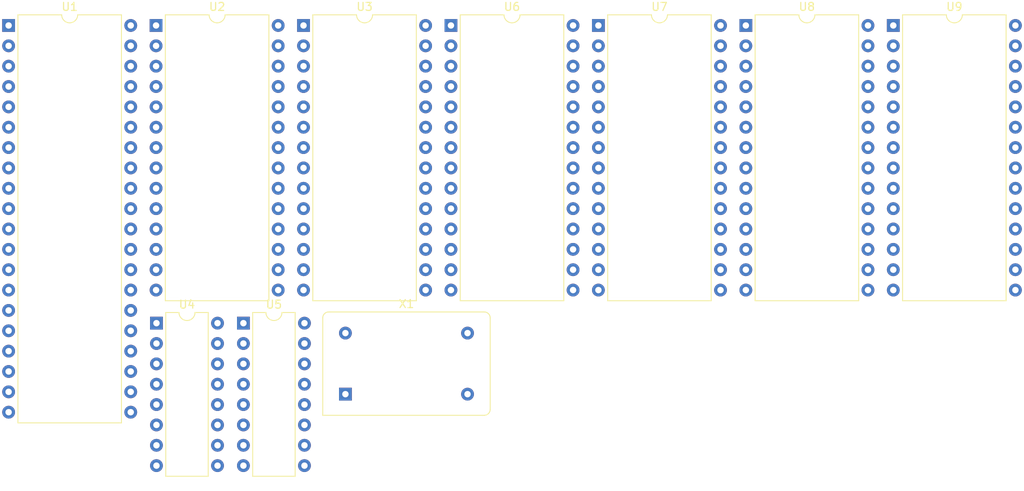
<source format=kicad_pcb>
(kicad_pcb (version 20221018) (generator pcbnew)
  (layers (0 "F.Cu" signal) (31 "B.Cu" signal) (34 "B.Paste" user) (35 "F.Paste" user) (36 "B.SilkS" user "B.Silkscreen") (37 "F.SilkS" user "F.Silkscreen") (38 "B.Mask" user) (39 "F.Mask" user) (44 "Edge.Cuts" user))
  (net 0 "")
  (net 4 "Net-(U1-~{IRQ})")
  (net 8 "VDD")
  (net 21 "VSS")
  (net 34 "Net-(U1-R{slash}~{W})")
  (net 37 "Net-(U1-ϕ0)")
  (net 39 "Net-(U1-ϕ2)")
  (net 40 "Net-(U1-~{RES})")
  (net 41 "Net-(U2-CS1)")
  (net 52 "VCC")
  (net 76 "GND")
  (net 82 "Net-(U3-~{CE})")
  (net 92 "Net-(U4-O6)")
  (footprint "Package_DIP:DIP-28_W15.24mm" (layer "F.Cu") (at 56.5 78.74)
    (fp_text reference "U2" (at 7.62 -2.33) (layer "F.SilkS"))
    (fp_text value "W65C51NxP")
    (fp_line (start 1.16 -1.33) (end 1.16 34.35) (stroke (width 0.12)) (layer "F.SilkS"))
    (fp_line (start 1.16 34.35) (end 14.08 34.35) (stroke (width 0.12)) (layer "F.SilkS"))
    (fp_line (start 6.62 -1.33) (end 1.16 -1.33) (stroke (width 0.12)) (layer "F.SilkS"))
    (fp_line (start 14.08 -1.33) (end 8.62 -1.33) (stroke (width 0.12)) (layer "F.SilkS"))
    (fp_line (start 14.08 34.35) (end 14.08 -1.33) (stroke (width 0.12)) (layer "F.SilkS"))
    (fp_arc (start 8.62 -1.33) (mid 7.62 -0.33) (end 6.62 -1.33) (stroke (width 0.12)) (layer "F.SilkS"))
    (pad "1" thru_hole rect (at 0 0) (size 1.6 1.6) (drill 0.8) (layers "*.Cu" "*.Mask") (net 21 "VSS"))
    (pad "2" thru_hole oval (at 0 2.54) (size 1.6 1.6) (drill 0.8) (layers "*.Cu" "*.Mask") (net 41 "Net-(U2-CS1)"))
    (pad "3" thru_hole oval (at 0 5.08) (size 1.6 1.6) (drill 0.8) (layers "*.Cu" "*.Mask") (net 21 "VSS"))
    (pad "4" thru_hole oval (at 0 7.62) (size 1.6 1.6) (drill 0.8) (layers "*.Cu" "*.Mask") (net 40 "Net-(U1-~{RES})"))
    (pad "5" thru_hole oval (at 0 10.16) (size 1.6 1.6) (drill 0.8) (layers "*.Cu" "*.Mask"))
    (pad "6" thru_hole oval (at 0 12.7) (size 1.6 1.6) (drill 0.8) (layers "*.Cu" "*.Mask"))
    (pad "7" thru_hole oval (at 0 15.24) (size 1.6 1.6) (drill 0.8) (layers "*.Cu" "*.Mask"))
    (pad "8" thru_hole oval (at 0 17.78) (size 1.6 1.6) (drill 0.8) (layers "*.Cu" "*.Mask"))
    (pad "9" thru_hole oval (at 0 20.32) (size 1.6 1.6) (drill 0.8) (layers "*.Cu" "*.Mask"))
    (pad "10" thru_hole oval (at 0 22.86) (size 1.6 1.6) (drill 0.8) (layers "*.Cu" "*.Mask"))
    (pad "11" thru_hole oval (at 0 25.4) (size 1.6 1.6) (drill 0.8) (layers "*.Cu" "*.Mask"))
    (pad "12" thru_hole oval (at 0 27.94) (size 1.6 1.6) (drill 0.8) (layers "*.Cu" "*.Mask"))
    (pad "13" thru_hole oval (at 0 30.48) (size 1.6 1.6) (drill 0.8) (layers "*.Cu" "*.Mask"))
    (pad "14" thru_hole oval (at 0 33.02) (size 1.6 1.6) (drill 0.8) (layers "*.Cu" "*.Mask"))
    (pad "15" thru_hole oval (at 15.24 33.02) (size 1.6 1.6) (drill 0.8) (layers "*.Cu" "*.Mask") (net 52 "VCC"))
    (pad "16" thru_hole oval (at 15.24 30.48) (size 1.6 1.6) (drill 0.8) (layers "*.Cu" "*.Mask"))
    (pad "17" thru_hole oval (at 15.24 27.94) (size 1.6 1.6) (drill 0.8) (layers "*.Cu" "*.Mask"))
    (pad "18" thru_hole oval (at 15.24 25.4) (size 1.6 1.6) (drill 0.8) (layers "*.Cu" "*.Mask"))
    (pad "19" thru_hole oval (at 15.24 22.86) (size 1.6 1.6) (drill 0.8) (layers "*.Cu" "*.Mask"))
    (pad "20" thru_hole oval (at 15.24 20.32) (size 1.6 1.6) (drill 0.8) (layers "*.Cu" "*.Mask"))
    (pad "21" thru_hole oval (at 15.24 17.78) (size 1.6 1.6) (drill 0.8) (layers "*.Cu" "*.Mask"))
    (pad "22" thru_hole oval (at 15.24 15.24) (size 1.6 1.6) (drill 0.8) (layers "*.Cu" "*.Mask"))
    (pad "23" thru_hole oval (at 15.24 12.7) (size 1.6 1.6) (drill 0.8) (layers "*.Cu" "*.Mask"))
    (pad "24" thru_hole oval (at 15.24 10.16) (size 1.6 1.6) (drill 0.8) (layers "*.Cu" "*.Mask"))
    (pad "25" thru_hole oval (at 15.24 7.62) (size 1.6 1.6) (drill 0.8) (layers "*.Cu" "*.Mask"))
    (pad "26" thru_hole oval (at 15.24 5.08) (size 1.6 1.6) (drill 0.8) (layers "*.Cu" "*.Mask") (net 4 "Net-(U1-~{IRQ})"))
    (pad "27" thru_hole oval (at 15.24 2.54) (size 1.6 1.6) (drill 0.8) (layers "*.Cu" "*.Mask") (net 39 "Net-(U1-ϕ2)"))
    (pad "28" thru_hole oval (at 15.24 0) (size 1.6 1.6) (drill 0.8) (layers "*.Cu" "*.Mask") (net 34 "Net-(U1-R{slash}~{W})"))
  )
  (footprint "Oscillator:Oscillator_DIP-14" (layer "F.Cu") (at 80.13 124.75)
    (fp_text reference "X1" (at 7.62 -11.26) (layer "F.SilkS"))
    (fp_text value "TFT680")
    (fp_line (start -2.83 -9.51) (end -2.83 2.64) (stroke (width 0.12)) (layer "F.SilkS"))
    (fp_line (start -2.83 2.64) (end 17.32 2.64) (stroke (width 0.12)) (layer "F.SilkS"))
    (fp_line (start 17.32 -10.26) (end -2.08 -10.26) (stroke (width 0.12)) (layer "F.SilkS"))
    (fp_line (start 18.07 1.89) (end 18.07 -9.51) (stroke (width 0.12)) (layer "F.SilkS"))
    (fp_arc (start -2.83 -9.51) (mid -2.61033 -10.04033) (end -2.08 -10.26) (stroke (width 0.12)) (layer "F.SilkS"))
    (fp_arc (start 17.32 -10.26) (mid 17.85033 -10.04033) (end 18.07 -9.51) (stroke (width 0.12)) (layer "F.SilkS"))
    (fp_arc (start 18.07 1.89) (mid 17.85033 2.42033) (end 17.32 2.64) (stroke (width 0.12)) (layer "F.SilkS"))
    (pad "1" thru_hole rect (at 0 0) (size 1.6 1.6) (drill 0.8) (layers "*.Cu" "*.Mask") (net 52 "VCC"))
    (pad "7" thru_hole circle (at 15.24 0) (size 1.6 1.6) (drill 0.8) (layers "*.Cu" "*.Mask") (net 76 "GND"))
    (pad "8" thru_hole circle (at 15.24 -7.62) (size 1.6 1.6) (drill 0.8) (layers "*.Cu" "*.Mask") (net 37 "Net-(U1-ϕ0)"))
    (pad "14" thru_hole circle (at 0 -7.62) (size 1.6 1.6) (drill 0.8) (layers "*.Cu" "*.Mask") (net 52 "VCC"))
  )
  (footprint "Package_DIP:DIP-16_W7.62mm" (layer "F.Cu") (at 67.4 115.89)
    (fp_text reference "U5" (at 3.81 -2.33) (layer "F.SilkS"))
    (fp_text value "74LS138")
    (fp_line (start 1.16 -1.33) (end 1.16 19.11) (stroke (width 0.12)) (layer "F.SilkS"))
    (fp_line (start 1.16 19.11) (end 6.46 19.11) (stroke (width 0.12)) (layer "F.SilkS"))
    (fp_line (start 2.81 -1.33) (end 1.16 -1.33) (stroke (width 0.12)) (layer "F.SilkS"))
    (fp_line (start 6.46 -1.33) (end 4.81 -1.33) (stroke (width 0.12)) (layer "F.SilkS"))
    (fp_line (start 6.46 19.11) (end 6.46 -1.33) (stroke (width 0.12)) (layer "F.SilkS"))
    (fp_arc (start 4.81 -1.33) (mid 3.81 -0.33) (end 2.81 -1.33) (stroke (width 0.12)) (layer "F.SilkS"))
    (pad "1" thru_hole rect (at 0 0) (size 1.6 1.6) (drill 0.8) (layers "*.Cu" "*.Mask"))
    (pad "2" thru_hole oval (at 0 2.54) (size 1.6 1.6) (drill 0.8) (layers "*.Cu" "*.Mask"))
    (pad "3" thru_hole oval (at 0 5.08) (size 1.6 1.6) (drill 0.8) (layers "*.Cu" "*.Mask"))
    (pad "4" thru_hole oval (at 0 7.62) (size 1.6 1.6) (drill 0.8) (layers "*.Cu" "*.Mask") (net 76 "GND"))
    (pad "5" thru_hole oval (at 0 10.16) (size 1.6 1.6) (drill 0.8) (layers "*.Cu" "*.Mask") (net 76 "GND"))
    (pad "6" thru_hole oval (at 0 12.7) (size 1.6 1.6) (drill 0.8) (layers "*.Cu" "*.Mask") (net 92 "Net-(U4-O6)"))
    (pad "7" thru_hole oval (at 0 15.24) (size 1.6 1.6) (drill 0.8) (layers "*.Cu" "*.Mask"))
    (pad "8" thru_hole oval (at 0 17.78) (size 1.6 1.6) (drill 0.8) (layers "*.Cu" "*.Mask") (net 76 "GND"))
    (pad "9" thru_hole oval (at 7.62 17.78) (size 1.6 1.6) (drill 0.8) (layers "*.Cu" "*.Mask"))
    (pad "10" thru_hole oval (at 7.62 15.24) (size 1.6 1.6) (drill 0.8) (layers "*.Cu" "*.Mask"))
    (pad "11" thru_hole oval (at 7.62 12.7) (size 1.6 1.6) (drill 0.8) (layers "*.Cu" "*.Mask"))
    (pad "12" thru_hole oval (at 7.62 10.16) (size 1.6 1.6) (drill 0.8) (layers "*.Cu" "*.Mask"))
    (pad "13" thru_hole oval (at 7.62 7.62) (size 1.6 1.6) (drill 0.8) (layers "*.Cu" "*.Mask"))
    (pad "14" thru_hole oval (at 7.62 5.08) (size 1.6 1.6) (drill 0.8) (layers "*.Cu" "*.Mask"))
    (pad "15" thru_hole oval (at 7.62 2.54) (size 1.6 1.6) (drill 0.8) (layers "*.Cu" "*.Mask") (net 41 "Net-(U2-CS1)"))
    (pad "16" thru_hole oval (at 7.62 0) (size 1.6 1.6) (drill 0.8) (layers "*.Cu" "*.Mask") (net 52 "VCC"))
  )
  (footprint "Package_DIP:DIP-40_W15.24mm" (layer "F.Cu") (at 38.1 78.74)
    (fp_text reference "U1" (at 7.62 -2.33) (layer "F.SilkS"))
    (fp_text value "W65C02SxP")
    (fp_line (start 1.16 -1.33) (end 1.16 49.59) (stroke (width 0.12)) (layer "F.SilkS"))
    (fp_line (start 1.16 49.59) (end 14.08 49.59) (stroke (width 0.12)) (layer "F.SilkS"))
    (fp_line (start 6.62 -1.33) (end 1.16 -1.33) (stroke (width 0.12)) (layer "F.SilkS"))
    (fp_line (start 14.08 -1.33) (end 8.62 -1.33) (stroke (width 0.12)) (layer "F.SilkS"))
    (fp_line (start 14.08 49.59) (end 14.08 -1.33) (stroke (width 0.12)) (layer "F.SilkS"))
    (fp_arc (start 8.62 -1.33) (mid 7.62 -0.33) (end 6.62 -1.33) (stroke (width 0.12)) (layer "F.SilkS"))
    (pad "1" thru_hole rect (at 0 0) (size 1.6 1.6) (drill 0.8) (layers "*.Cu" "*.Mask"))
    (pad "2" thru_hole oval (at 0 2.54) (size 1.6 1.6) (drill 0.8) (layers "*.Cu" "*.Mask"))
    (pad "3" thru_hole oval (at 0 5.08) (size 1.6 1.6) (drill 0.8) (layers "*.Cu" "*.Mask"))
    (pad "4" thru_hole oval (at 0 7.62) (size 1.6 1.6) (drill 0.8) (layers "*.Cu" "*.Mask") (net 4 "Net-(U1-~{IRQ})"))
    (pad "5" thru_hole oval (at 0 10.16) (size 1.6 1.6) (drill 0.8) (layers "*.Cu" "*.Mask"))
    (pad "6" thru_hole oval (at 0 12.7) (size 1.6 1.6) (drill 0.8) (layers "*.Cu" "*.Mask"))
    (pad "7" thru_hole oval (at 0 15.24) (size 1.6 1.6) (drill 0.8) (layers "*.Cu" "*.Mask"))
    (pad "8" thru_hole oval (at 0 17.78) (size 1.6 1.6) (drill 0.8) (layers "*.Cu" "*.Mask") (net 8 "VDD"))
    (pad "9" thru_hole oval (at 0 20.32) (size 1.6 1.6) (drill 0.8) (layers "*.Cu" "*.Mask"))
    (pad "10" thru_hole oval (at 0 22.86) (size 1.6 1.6) (drill 0.8) (layers "*.Cu" "*.Mask"))
    (pad "11" thru_hole oval (at 0 25.4) (size 1.6 1.6) (drill 0.8) (layers "*.Cu" "*.Mask"))
    (pad "12" thru_hole oval (at 0 27.94) (size 1.6 1.6) (drill 0.8) (layers "*.Cu" "*.Mask"))
    (pad "13" thru_hole oval (at 0 30.48) (size 1.6 1.6) (drill 0.8) (layers "*.Cu" "*.Mask"))
    (pad "14" thru_hole oval (at 0 33.02) (size 1.6 1.6) (drill 0.8) (layers "*.Cu" "*.Mask"))
    (pad "15" thru_hole oval (at 0 35.56) (size 1.6 1.6) (drill 0.8) (layers "*.Cu" "*.Mask"))
    (pad "16" thru_hole oval (at 0 38.1) (size 1.6 1.6) (drill 0.8) (layers "*.Cu" "*.Mask"))
    (pad "17" thru_hole oval (at 0 40.64) (size 1.6 1.6) (drill 0.8) (layers "*.Cu" "*.Mask"))
    (pad "18" thru_hole oval (at 0 43.18) (size 1.6 1.6) (drill 0.8) (layers "*.Cu" "*.Mask"))
    (pad "19" thru_hole oval (at 0 45.72) (size 1.6 1.6) (drill 0.8) (layers "*.Cu" "*.Mask"))
    (pad "20" thru_hole oval (at 0 48.26) (size 1.6 1.6) (drill 0.8) (layers "*.Cu" "*.Mask"))
    (pad "21" thru_hole oval (at 15.24 48.26) (size 1.6 1.6) (drill 0.8) (layers "*.Cu" "*.Mask") (net 21 "VSS"))
    (pad "22" thru_hole oval (at 15.24 45.72) (size 1.6 1.6) (drill 0.8) (layers "*.Cu" "*.Mask"))
    (pad "23" thru_hole oval (at 15.24 43.18) (size 1.6 1.6) (drill 0.8) (layers "*.Cu" "*.Mask"))
    (pad "24" thru_hole oval (at 15.24 40.64) (size 1.6 1.6) (drill 0.8) (layers "*.Cu" "*.Mask"))
    (pad "25" thru_hole oval (at 15.24 38.1) (size 1.6 1.6) (drill 0.8) (layers "*.Cu" "*.Mask"))
    (pad "26" thru_hole oval (at 15.24 35.56) (size 1.6 1.6) (drill 0.8) (layers "*.Cu" "*.Mask"))
    (pad "27" thru_hole oval (at 15.24 33.02) (size 1.6 1.6) (drill 0.8) (layers "*.Cu" "*.Mask"))
    (pad "28" thru_hole oval (at 15.24 30.48) (size 1.6 1.6) (drill 0.8) (layers "*.Cu" "*.Mask"))
    (pad "29" thru_hole oval (at 15.24 27.94) (size 1.6 1.6) (drill 0.8) (layers "*.Cu" "*.Mask"))
    (pad "30" thru_hole oval (at 15.24 25.4) (size 1.6 1.6) (drill 0.8) (layers "*.Cu" "*.Mask"))
    (pad "31" thru_hole oval (at 15.24 22.86) (size 1.6 1.6) (drill 0.8) (layers "*.Cu" "*.Mask"))
    (pad "32" thru_hole oval (at 15.24 20.32) (size 1.6 1.6) (drill 0.8) (layers "*.Cu" "*.Mask"))
    (pad "33" thru_hole oval (at 15.24 17.78) (size 1.6 1.6) (drill 0.8) (layers "*.Cu" "*.Mask"))
    (pad "34" thru_hole oval (at 15.24 15.24) (size 1.6 1.6) (drill 0.8) (layers "*.Cu" "*.Mask") (net 34 "Net-(U1-R{slash}~{W})"))
    (pad "35" thru_hole oval (at 15.24 12.7) (size 1.6 1.6) (drill 0.8) (layers "*.Cu" "*.Mask"))
    (pad "36" thru_hole oval (at 15.24 10.16) (size 1.6 1.6) (drill 0.8) (layers "*.Cu" "*.Mask"))
    (pad "37" thru_hole oval (at 15.24 7.62) (size 1.6 1.6) (drill 0.8) (layers "*.Cu" "*.Mask") (net 37 "Net-(U1-ϕ0)"))
    (pad "38" thru_hole oval (at 15.24 5.08) (size 1.6 1.6) (drill 0.8) (layers "*.Cu" "*.Mask"))
    (pad "39" thru_hole oval (at 15.24 2.54) (size 1.6 1.6) (drill 0.8) (layers "*.Cu" "*.Mask") (net 39 "Net-(U1-ϕ2)"))
    (pad "40" thru_hole oval (at 15.24 0) (size 1.6 1.6) (drill 0.8) (layers "*.Cu" "*.Mask") (net 40 "Net-(U1-~{RES})"))
  )
  (footprint "Package_DIP:DIP-28_W15.24mm" (layer "F.Cu") (at 111.7 78.74)
    (fp_text reference "U7" (at 7.62 -2.33) (layer "F.SilkS"))
    (fp_text value "~")
    (fp_line (start 1.16 -1.33) (end 1.16 34.35) (stroke (width 0.12)) (layer "F.SilkS"))
    (fp_line (start 1.16 34.35) (end 14.08 34.35) (stroke (width 0.12)) (layer "F.SilkS"))
    (fp_line (start 6.62 -1.33) (end 1.16 -1.33) (stroke (width 0.12)) (layer "F.SilkS"))
    (fp_line (start 14.08 -1.33) (end 8.62 -1.33) (stroke (width 0.12)) (layer "F.SilkS"))
    (fp_line (start 14.08 34.35) (end 14.08 -1.33) (stroke (width 0.12)) (layer "F.SilkS"))
    (fp_arc (start 8.62 -1.33) (mid 7.62 -0.33) (end 6.62 -1.33) (stroke (width 0.12)) (layer "F.SilkS"))
    (pad "1" thru_hole rect (at 0 0) (size 1.6 1.6) (drill 0.8) (layers "*.Cu" "*.Mask"))
    (pad "2" thru_hole oval (at 0 2.54) (size 1.6 1.6) (drill 0.8) (layers "*.Cu" "*.Mask"))
    (pad "3" thru_hole oval (at 0 5.08) (size 1.6 1.6) (drill 0.8) (layers "*.Cu" "*.Mask"))
    (pad "4" thru_hole oval (at 0 7.62) (size 1.6 1.6) (drill 0.8) (layers "*.Cu" "*.Mask"))
    (pad "5" thru_hole oval (at 0 10.16) (size 1.6 1.6) (drill 0.8) (layers "*.Cu" "*.Mask"))
    (pad "6" thru_hole oval (at 0 12.7) (size 1.6 1.6) (drill 0.8) (layers "*.Cu" "*.Mask"))
    (pad "7" thru_hole oval (at 0 15.24) (size 1.6 1.6) (drill 0.8) (layers "*.Cu" "*.Mask"))
    (pad "8" thru_hole oval (at 0 17.78) (size 1.6 1.6) (drill 0.8) (layers "*.Cu" "*.Mask"))
    (pad "9" thru_hole oval (at 0 20.32) (size 1.6 1.6) (drill 0.8) (layers "*.Cu" "*.Mask"))
    (pad "10" thru_hole oval (at 0 22.86) (size 1.6 1.6) (drill 0.8) (layers "*.Cu" "*.Mask"))
    (pad "11" thru_hole oval (at 0 25.4) (size 1.6 1.6) (drill 0.8) (layers "*.Cu" "*.Mask"))
    (pad "12" thru_hole oval (at 0 27.94) (size 1.6 1.6) (drill 0.8) (layers "*.Cu" "*.Mask"))
    (pad "13" thru_hole oval (at 0 30.48) (size 1.6 1.6) (drill 0.8) (layers "*.Cu" "*.Mask"))
    (pad "14" thru_hole oval (at 0 33.02) (size 1.6 1.6) (drill 0.8) (layers "*.Cu" "*.Mask") (net 76 "GND"))
    (pad "15" thru_hole oval (at 15.24 33.02) (size 1.6 1.6) (drill 0.8) (layers "*.Cu" "*.Mask"))
    (pad "16" thru_hole oval (at 15.24 30.48) (size 1.6 1.6) (drill 0.8) (layers "*.Cu" "*.Mask"))
    (pad "17" thru_hole oval (at 15.24 27.94) (size 1.6 1.6) (drill 0.8) (layers "*.Cu" "*.Mask"))
    (pad "18" thru_hole oval (at 15.24 25.4) (size 1.6 1.6) (drill 0.8) (layers "*.Cu" "*.Mask"))
    (pad "19" thru_hole oval (at 15.24 22.86) (size 1.6 1.6) (drill 0.8) (layers "*.Cu" "*.Mask"))
    (pad "20" thru_hole oval (at 15.24 20.32) (size 1.6 1.6) (drill 0.8) (layers "*.Cu" "*.Mask"))
    (pad "21" thru_hole oval (at 15.24 17.78) (size 1.6 1.6) (drill 0.8) (layers "*.Cu" "*.Mask"))
    (pad "22" thru_hole oval (at 15.24 15.24) (size 1.6 1.6) (drill 0.8) (layers "*.Cu" "*.Mask"))
    (pad "23" thru_hole oval (at 15.24 12.7) (size 1.6 1.6) (drill 0.8) (layers "*.Cu" "*.Mask"))
    (pad "24" thru_hole oval (at 15.24 10.16) (size 1.6 1.6) (drill 0.8) (layers "*.Cu" "*.Mask"))
    (pad "25" thru_hole oval (at 15.24 7.62) (size 1.6 1.6) (drill 0.8) (layers "*.Cu" "*.Mask"))
    (pad "26" thru_hole oval (at 15.24 5.08) (size 1.6 1.6) (drill 0.8) (layers "*.Cu" "*.Mask"))
    (pad "27" thru_hole oval (at 15.24 2.54) (size 1.6 1.6) (drill 0.8) (layers "*.Cu" "*.Mask") (net 34 "Net-(U1-R{slash}~{W})"))
    (pad "28" thru_hole oval (at 15.24 0) (size 1.6 1.6) (drill 0.8) (layers "*.Cu" "*.Mask") (net 52 "VCC"))
  )
  (footprint "Package_DIP:DIP-28_W15.24mm" (layer "F.Cu") (at 130.1 78.74)
    (fp_text reference "U8" (at 7.62 -2.33) (layer "F.SilkS"))
    (fp_text value "~")
    (fp_line (start 1.16 -1.33) (end 1.16 34.35) (stroke (width 0.12)) (layer "F.SilkS"))
    (fp_line (start 1.16 34.35) (end 14.08 34.35) (stroke (width 0.12)) (layer "F.SilkS"))
    (fp_line (start 6.62 -1.33) (end 1.16 -1.33) (stroke (width 0.12)) (layer "F.SilkS"))
    (fp_line (start 14.08 -1.33) (end 8.62 -1.33) (stroke (width 0.12)) (layer "F.SilkS"))
    (fp_line (start 14.08 34.35) (end 14.08 -1.33) (stroke (width 0.12)) (layer "F.SilkS"))
    (fp_arc (start 8.62 -1.33) (mid 7.62 -0.33) (end 6.62 -1.33) (stroke (width 0.12)) (layer "F.SilkS"))
    (pad "1" thru_hole rect (at 0 0) (size 1.6 1.6) (drill 0.8) (layers "*.Cu" "*.Mask"))
    (pad "2" thru_hole oval (at 0 2.54) (size 1.6 1.6) (drill 0.8) (layers "*.Cu" "*.Mask"))
    (pad "3" thru_hole oval (at 0 5.08) (size 1.6 1.6) (drill 0.8) (layers "*.Cu" "*.Mask"))
    (pad "4" thru_hole oval (at 0 7.62) (size 1.6 1.6) (drill 0.8) (layers "*.Cu" "*.Mask"))
    (pad "5" thru_hole oval (at 0 10.16) (size 1.6 1.6) (drill 0.8) (layers "*.Cu" "*.Mask"))
    (pad "6" thru_hole oval (at 0 12.7) (size 1.6 1.6) (drill 0.8) (layers "*.Cu" "*.Mask"))
    (pad "7" thru_hole oval (at 0 15.24) (size 1.6 1.6) (drill 0.8) (layers "*.Cu" "*.Mask"))
    (pad "8" thru_hole oval (at 0 17.78) (size 1.6 1.6) (drill 0.8) (layers "*.Cu" "*.Mask"))
    (pad "9" thru_hole oval (at 0 20.32) (size 1.6 1.6) (drill 0.8) (layers "*.Cu" "*.Mask"))
    (pad "10" thru_hole oval (at 0 22.86) (size 1.6 1.6) (drill 0.8) (layers "*.Cu" "*.Mask"))
    (pad "11" thru_hole oval (at 0 25.4) (size 1.6 1.6) (drill 0.8) (layers "*.Cu" "*.Mask"))
    (pad "12" thru_hole oval (at 0 27.94) (size 1.6 1.6) (drill 0.8) (layers "*.Cu" "*.Mask"))
    (pad "13" thru_hole oval (at 0 30.48) (size 1.6 1.6) (drill 0.8) (layers "*.Cu" "*.Mask"))
    (pad "14" thru_hole oval (at 0 33.02) (size 1.6 1.6) (drill 0.8) (layers "*.Cu" "*.Mask") (net 76 "GND"))
    (pad "15" thru_hole oval (at 15.24 33.02) (size 1.6 1.6) (drill 0.8) (layers "*.Cu" "*.Mask"))
    (pad "16" thru_hole oval (at 15.24 30.48) (size 1.6 1.6) (drill 0.8) (layers "*.Cu" "*.Mask"))
    (pad "17" thru_hole oval (at 15.24 27.94) (size 1.6 1.6) (drill 0.8) (layers "*.Cu" "*.Mask"))
    (pad "18" thru_hole oval (at 15.24 25.4) (size 1.6 1.6) (drill 0.8) (layers "*.Cu" "*.Mask"))
    (pad "19" thru_hole oval (at 15.24 22.86) (size 1.6 1.6) (drill 0.8) (layers "*.Cu" "*.Mask"))
    (pad "20" thru_hole oval (at 15.24 20.32) (size 1.6 1.6) (drill 0.8) (layers "*.Cu" "*.Mask"))
    (pad "21" thru_hole oval (at 15.24 17.78) (size 1.6 1.6) (drill 0.8) (layers "*.Cu" "*.Mask"))
    (pad "22" thru_hole oval (at 15.24 15.24) (size 1.6 1.6) (drill 0.8) (layers "*.Cu" "*.Mask"))
    (pad "23" thru_hole oval (at 15.24 12.7) (size 1.6 1.6) (drill 0.8) (layers "*.Cu" "*.Mask"))
    (pad "24" thru_hole oval (at 15.24 10.16) (size 1.6 1.6) (drill 0.8) (layers "*.Cu" "*.Mask"))
    (pad "25" thru_hole oval (at 15.24 7.62) (size 1.6 1.6) (drill 0.8) (layers "*.Cu" "*.Mask"))
    (pad "26" thru_hole oval (at 15.24 5.08) (size 1.6 1.6) (drill 0.8) (layers "*.Cu" "*.Mask"))
    (pad "27" thru_hole oval (at 15.24 2.54) (size 1.6 1.6) (drill 0.8) (layers "*.Cu" "*.Mask") (net 34 "Net-(U1-R{slash}~{W})"))
    (pad "28" thru_hole oval (at 15.24 0) (size 1.6 1.6) (drill 0.8) (layers "*.Cu" "*.Mask") (net 52 "VCC"))
  )
  (footprint "Package_DIP:DIP-28_W15.24mm" (layer "F.Cu") (at 148.5 78.74)
    (fp_text reference "U9" (at 7.62 -2.33) (layer "F.SilkS"))
    (fp_text value "~")
    (fp_line (start 1.16 -1.33) (end 1.16 34.35) (stroke (width 0.12)) (layer "F.SilkS"))
    (fp_line (start 1.16 34.35) (end 14.08 34.35) (stroke (width 0.12)) (layer "F.SilkS"))
    (fp_line (start 6.62 -1.33) (end 1.16 -1.33) (stroke (width 0.12)) (layer "F.SilkS"))
    (fp_line (start 14.08 -1.33) (end 8.62 -1.33) (stroke (width 0.12)) (layer "F.SilkS"))
    (fp_line (start 14.08 34.35) (end 14.08 -1.33) (stroke (width 0.12)) (layer "F.SilkS"))
    (fp_arc (start 8.62 -1.33) (mid 7.62 -0.33) (end 6.62 -1.33) (stroke (width 0.12)) (layer "F.SilkS"))
    (pad "1" thru_hole rect (at 0 0) (size 1.6 1.6) (drill 0.8) (layers "*.Cu" "*.Mask"))
    (pad "2" thru_hole oval (at 0 2.54) (size 1.6 1.6) (drill 0.8) (layers "*.Cu" "*.Mask"))
    (pad "3" thru_hole oval (at 0 5.08) (size 1.6 1.6) (drill 0.8) (layers "*.Cu" "*.Mask"))
    (pad "4" thru_hole oval (at 0 7.62) (size 1.6 1.6) (drill 0.8) (layers "*.Cu" "*.Mask"))
    (pad "5" thru_hole oval (at 0 10.16) (size 1.6 1.6) (drill 0.8) (layers "*.Cu" "*.Mask"))
    (pad "6" thru_hole oval (at 0 12.7) (size 1.6 1.6) (drill 0.8) (layers "*.Cu" "*.Mask"))
    (pad "7" thru_hole oval (at 0 15.24) (size 1.6 1.6) (drill 0.8) (layers "*.Cu" "*.Mask"))
    (pad "8" thru_hole oval (at 0 17.78) (size 1.6 1.6) (drill 0.8) (layers "*.Cu" "*.Mask"))
    (pad "9" thru_hole oval (at 0 20.32) (size 1.6 1.6) (drill 0.8) (layers "*.Cu" "*.Mask"))
    (pad "10" thru_hole oval (at 0 22.86) (size 1.6 1.6) (drill 0.8) (layers "*.Cu" "*.Mask"))
    (pad "11" thru_hole oval (at 0 25.4) (size 1.6 1.6) (drill 0.8) (layers "*.Cu" "*.Mask"))
    (pad "12" thru_hole oval (at 0 27.94) (size 1.6 1.6) (drill 0.8) (layers "*.Cu" "*.Mask"))
    (pad "13" thru_hole oval (at 0 30.48) (size 1.6 1.6) (drill 0.8) (layers "*.Cu" "*.Mask"))
    (pad "14" thru_hole oval (at 0 33.02) (size 1.6 1.6) (drill 0.8) (layers "*.Cu" "*.Mask") (net 76 "GND"))
    (pad "15" thru_hole oval (at 15.24 33.02) (size 1.6 1.6) (drill 0.8) (layers "*.Cu" "*.Mask"))
    (pad "16" thru_hole oval (at 15.24 30.48) (size 1.6 1.6) (drill 0.8) (layers "*.Cu" "*.Mask"))
    (pad "17" thru_hole oval (at 15.24 27.94) (size 1.6 1.6) (drill 0.8) (layers "*.Cu" "*.Mask"))
    (pad "18" thru_hole oval (at 15.24 25.4) (size 1.6 1.6) (drill 0.8) (layers "*.Cu" "*.Mask"))
    (pad "19" thru_hole oval (at 15.24 22.86) (size 1.6 1.6) (drill 0.8) (layers "*.Cu" "*.Mask"))
    (pad "20" thru_hole oval (at 15.24 20.32) (size 1.6 1.6) (drill 0.8) (layers "*.Cu" "*.Mask"))
    (pad "21" thru_hole oval (at 15.24 17.78) (size 1.6 1.6) (drill 0.8) (layers "*.Cu" "*.Mask"))
    (pad "22" thru_hole oval (at 15.24 15.24) (size 1.6 1.6) (drill 0.8) (layers "*.Cu" "*.Mask"))
    (pad "23" thru_hole oval (at 15.24 12.7) (size 1.6 1.6) (drill 0.8) (layers "*.Cu" "*.Mask"))
    (pad "24" thru_hole oval (at 15.24 10.16) (size 1.6 1.6) (drill 0.8) (layers "*.Cu" "*.Mask"))
    (pad "25" thru_hole oval (at 15.24 7.62) (size 1.6 1.6) (drill 0.8) (layers "*.Cu" "*.Mask"))
    (pad "26" thru_hole oval (at 15.24 5.08) (size 1.6 1.6) (drill 0.8) (layers "*.Cu" "*.Mask"))
    (pad "27" thru_hole oval (at 15.24 2.54) (size 1.6 1.6) (drill 0.8) (layers "*.Cu" "*.Mask") (net 34 "Net-(U1-R{slash}~{W})"))
    (pad "28" thru_hole oval (at 15.24 0) (size 1.6 1.6) (drill 0.8) (layers "*.Cu" "*.Mask") (net 52 "VCC"))
  )
  (footprint "Package_DIP:DIP-28_W15.24mm" (layer "F.Cu") (at 74.9 78.74)
    (fp_text reference "U3" (at 7.62 -2.33) (layer "F.SilkS"))
    (fp_text value "2764")
    (fp_line (start 1.16 -1.33) (end 1.16 34.35) (stroke (width 0.12)) (layer "F.SilkS"))
    (fp_line (start 1.16 34.35) (end 14.08 34.35) (stroke (width 0.12)) (layer "F.SilkS"))
    (fp_line (start 6.62 -1.33) (end 1.16 -1.33) (stroke (width 0.12)) (layer "F.SilkS"))
    (fp_line (start 14.08 -1.33) (end 8.62 -1.33) (stroke (width 0.12)) (layer "F.SilkS"))
    (fp_line (start 14.08 34.35) (end 14.08 -1.33) (stroke (width 0.12)) (layer "F.SilkS"))
    (fp_arc (start 8.62 -1.33) (mid 7.62 -0.33) (end 6.62 -1.33) (stroke (width 0.12)) (layer "F.SilkS"))
    (pad "1" thru_hole rect (at 0 0) (size 1.6 1.6) (drill 0.8) (layers "*.Cu" "*.Mask"))
    (pad "2" thru_hole oval (at 0 2.54) (size 1.6 1.6) (drill 0.8) (layers "*.Cu" "*.Mask"))
    (pad "3" thru_hole oval (at 0 5.08) (size 1.6 1.6) (drill 0.8) (layers "*.Cu" "*.Mask"))
    (pad "4" thru_hole oval (at 0 7.62) (size 1.6 1.6) (drill 0.8) (layers "*.Cu" "*.Mask"))
    (pad "5" thru_hole oval (at 0 10.16) (size 1.6 1.6) (drill 0.8) (layers "*.Cu" "*.Mask"))
    (pad "6" thru_hole oval (at 0 12.7) (size 1.6 1.6) (drill 0.8) (layers "*.Cu" "*.Mask"))
    (pad "7" thru_hole oval (at 0 15.24) (size 1.6 1.6) (drill 0.8) (layers "*.Cu" "*.Mask"))
    (pad "8" thru_hole oval (at 0 17.78) (size 1.6 1.6) (drill 0.8) (layers "*.Cu" "*.Mask"))
    (pad "9" thru_hole oval (at 0 20.32) (size 1.6 1.6) (drill 0.8) (layers "*.Cu" "*.Mask"))
    (pad "10" thru_hole oval (at 0 22.86) (size 1.6 1.6) (drill 0.8) (layers "*.Cu" "*.Mask"))
    (pad "11" thru_hole oval (at 0 25.4) (size 1.6 1.6) (drill 0.8) (layers "*.Cu" "*.Mask"))
    (pad "12" thru_hole oval (at 0 27.94) (size 1.6 1.6) (drill 0.8) (layers "*.Cu" "*.Mask"))
    (pad "13" thru_hole oval (at 0 30.48) (size 1.6 1.6) (drill 0.8) (layers "*.Cu" "*.Mask"))
    (pad "14" thru_hole oval (at 0 33.02) (size 1.6 1.6) (drill 0.8) (layers "*.Cu" "*.Mask") (net 76 "GND"))
    (pad "15" thru_hole oval (at 15.24 33.02) (size 1.6 1.6) (drill 0.8) (layers "*.Cu" "*.Mask"))
    (pad "16" thru_hole oval (at 15.24 30.48) (size 1.6 1.6) (drill 0.8) (layers "*.Cu" "*.Mask"))
    (pad "17" thru_hole oval (at 15.24 27.94) (size 1.6 1.6) (drill 0.8) (layers "*.Cu" "*.Mask"))
    (pad "18" thru_hole oval (at 15.24 25.4) (size 1.6 1.6) (drill 0.8) (layers "*.Cu" "*.Mask"))
    (pad "19" thru_hole oval (at 15.24 22.86) (size 1.6 1.6) (drill 0.8) (layers "*.Cu" "*.Mask"))
    (pad "20" thru_hole oval (at 15.24 20.32) (size 1.6 1.6) (drill 0.8) (layers "*.Cu" "*.Mask") (net 82 "Net-(U3-~{CE})"))
    (pad "21" thru_hole oval (at 15.24 17.78) (size 1.6 1.6) (drill 0.8) (layers "*.Cu" "*.Mask"))
    (pad "22" thru_hole oval (at 15.24 15.24) (size 1.6 1.6) (drill 0.8) (layers "*.Cu" "*.Mask") (net 34 "Net-(U1-R{slash}~{W})"))
    (pad "23" thru_hole oval (at 15.24 12.7) (size 1.6 1.6) (drill 0.8) (layers "*.Cu" "*.Mask"))
    (pad "24" thru_hole oval (at 15.24 10.16) (size 1.6 1.6) (drill 0.8) (layers "*.Cu" "*.Mask"))
    (pad "25" thru_hole oval (at 15.24 7.62) (size 1.6 1.6) (drill 0.8) (layers "*.Cu" "*.Mask"))
    (pad "26" thru_hole oval (at 15.24 5.08) (size 1.6 1.6) (drill 0.8) (layers "*.Cu" "*.Mask"))
    (pad "27" thru_hole oval (at 15.24 2.54) (size 1.6 1.6) (drill 0.8) (layers "*.Cu" "*.Mask"))
    (pad "28" thru_hole oval (at 15.24 0) (size 1.6 1.6) (drill 0.8) (layers "*.Cu" "*.Mask") (net 52 "VCC"))
  )
  (footprint "Package_DIP:DIP-28_W15.24mm" (layer "F.Cu") (at 93.3 78.74)
    (fp_text reference "U6" (at 7.62 -2.33) (layer "F.SilkS"))
    (fp_text value "~")
    (fp_line (start 1.16 -1.33) (end 1.16 34.35) (stroke (width 0.12)) (layer "F.SilkS"))
    (fp_line (start 1.16 34.35) (end 14.08 34.35) (stroke (width 0.12)) (layer "F.SilkS"))
    (fp_line (start 6.62 -1.33) (end 1.16 -1.33) (stroke (width 0.12)) (layer "F.SilkS"))
    (fp_line (start 14.08 -1.33) (end 8.62 -1.33) (stroke (width 0.12)) (layer "F.SilkS"))
    (fp_line (start 14.08 34.35) (end 14.08 -1.33) (stroke (width 0.12)) (layer "F.SilkS"))
    (fp_arc (start 8.62 -1.33) (mid 7.62 -0.33) (end 6.62 -1.33) (stroke (width 0.12)) (layer "F.SilkS"))
    (pad "1" thru_hole rect (at 0 0) (size 1.6 1.6) (drill 0.8) (layers "*.Cu" "*.Mask"))
    (pad "2" thru_hole oval (at 0 2.54) (size 1.6 1.6) (drill 0.8) (layers "*.Cu" "*.Mask"))
    (pad "3" thru_hole oval (at 0 5.08) (size 1.6 1.6) (drill 0.8) (layers "*.Cu" "*.Mask"))
    (pad "4" thru_hole oval (at 0 7.62) (size 1.6 1.6) (drill 0.8) (layers "*.Cu" "*.Mask"))
    (pad "5" thru_hole oval (at 0 10.16) (size 1.6 1.6) (drill 0.8) (layers "*.Cu" "*.Mask"))
    (pad "6" thru_hole oval (at 0 12.7) (size 1.6 1.6) (drill 0.8) (layers "*.Cu" "*.Mask"))
    (pad "7" thru_hole oval (at 0 15.24) (size 1.6 1.6) (drill 0.8) (layers "*.Cu" "*.Mask"))
    (pad "8" thru_hole oval (at 0 17.78) (size 1.6 1.6) (drill 0.8) (layers "*.Cu" "*.Mask"))
    (pad "9" thru_hole oval (at 0 20.32) (size 1.6 1.6) (drill 0.8) (layers "*.Cu" "*.Mask"))
    (pad "10" thru_hole oval (at 0 22.86) (size 1.6 1.6) (drill 0.8) (layers "*.Cu" "*.Mask"))
    (pad "11" thru_hole oval (at 0 25.4) (size 1.6 1.6) (drill 0.8) (layers "*.Cu" "*.Mask"))
    (pad "12" thru_hole oval (at 0 27.94) (size 1.6 1.6) (drill 0.8) (layers "*.Cu" "*.Mask"))
    (pad "13" thru_hole oval (at 0 30.48) (size 1.6 1.6) (drill 0.8) (layers "*.Cu" "*.Mask"))
    (pad "14" thru_hole oval (at 0 33.02) (size 1.6 1.6) (drill 0.8) (layers "*.Cu" "*.Mask") (net 76 "GND"))
    (pad "15" thru_hole oval (at 15.24 33.02) (size 1.6 1.6) (drill 0.8) (layers "*.Cu" "*.Mask"))
    (pad "16" thru_hole oval (at 15.24 30.48) (size 1.6 1.6) (drill 0.8) (layers "*.Cu" "*.Mask"))
    (pad "17" thru_hole oval (at 15.24 27.94) (size 1.6 1.6) (drill 0.8) (layers "*.Cu" "*.Mask"))
    (pad "18" thru_hole oval (at 15.24 25.4) (size 1.6 1.6) (drill 0.8) (layers "*.Cu" "*.Mask"))
    (pad "19" thru_hole oval (at 15.24 22.86) (size 1.6 1.6) (drill 0.8) (layers "*.Cu" "*.Mask"))
    (pad "20" thru_hole oval (at 15.24 20.32) (size 1.6 1.6) (drill 0.8) (layers "*.Cu" "*.Mask"))
    (pad "21" thru_hole oval (at 15.24 17.78) (size 1.6 1.6) (drill 0.8) (layers "*.Cu" "*.Mask"))
    (pad "22" thru_hole oval (at 15.24 15.24) (size 1.6 1.6) (drill 0.8) (layers "*.Cu" "*.Mask"))
    (pad "23" thru_hole oval (at 15.24 12.7) (size 1.6 1.6) (drill 0.8) (layers "*.Cu" "*.Mask"))
    (pad "24" thru_hole oval (at 15.24 10.16) (size 1.6 1.6) (drill 0.8) (layers "*.Cu" "*.Mask"))
    (pad "25" thru_hole oval (at 15.24 7.62) (size 1.6 1.6) (drill 0.8) (layers "*.Cu" "*.Mask"))
    (pad "26" thru_hole oval (at 15.24 5.08) (size 1.6 1.6) (drill 0.8) (layers "*.Cu" "*.Mask"))
    (pad "27" thru_hole oval (at 15.24 2.54) (size 1.6 1.6) (drill 0.8) (layers "*.Cu" "*.Mask") (net 34 "Net-(U1-R{slash}~{W})"))
    (pad "28" thru_hole oval (at 15.24 0) (size 1.6 1.6) (drill 0.8) (layers "*.Cu" "*.Mask") (net 52 "VCC"))
  )
  (footprint "Package_DIP:DIP-16_W7.62mm" (layer "F.Cu") (at 56.55 115.89)
    (fp_text reference "U4" (at 3.81 -2.33) (layer "F.SilkS"))
    (fp_text value "74LS138")
    (fp_line (start 1.16 -1.33) (end 1.16 19.11) (stroke (width 0.12)) (layer "F.SilkS"))
    (fp_line (start 1.16 19.11) (end 6.46 19.11) (stroke (width 0.12)) (layer "F.SilkS"))
    (fp_line (start 2.81 -1.33) (end 1.16 -1.33) (stroke (width 0.12)) (layer "F.SilkS"))
    (fp_line (start 6.46 -1.33) (end 4.81 -1.33) (stroke (width 0.12)) (layer "F.SilkS"))
    (fp_line (start 6.46 19.11) (end 6.46 -1.33) (stroke (width 0.12)) (layer "F.SilkS"))
    (fp_arc (start 4.81 -1.33) (mid 3.81 -0.33) (end 2.81 -1.33) (stroke (width 0.12)) (layer "F.SilkS"))
    (pad "1" thru_hole rect (at 0 0) (size 1.6 1.6) (drill 0.8) (layers "*.Cu" "*.Mask"))
    (pad "2" thru_hole oval (at 0 2.54) (size 1.6 1.6) (drill 0.8) (layers "*.Cu" "*.Mask"))
    (pad "3" thru_hole oval (at 0 5.08) (size 1.6 1.6) (drill 0.8) (layers "*.Cu" "*.Mask"))
    (pad "4" thru_hole oval (at 0 7.62) (size 1.6 1.6) (drill 0.8) (layers "*.Cu" "*.Mask") (net 76 "GND"))
    (pad "5" thru_hole oval (at 0 10.16) (size 1.6 1.6) (drill 0.8) (layers "*.Cu" "*.Mask") (net 76 "GND"))
    (pad "6" thru_hole oval (at 0 12.7) (size 1.6 1.6) (drill 0.8) (layers "*.Cu" "*.Mask") (net 52 "VCC"))
    (pad "7" thru_hole oval (at 0 15.24) (size 1.6 1.6) (drill 0.8) (layers "*.Cu" "*.Mask") (net 82 "Net-(U3-~{CE})"))
    (pad "8" thru_hole oval (at 0 17.78) (size 1.6 1.6) (drill 0.8) (layers "*.Cu" "*.Mask") (net 76 "GND"))
    (pad "9" thru_hole oval (at 7.62 17.78) (size 1.6 1.6) (drill 0.8) (layers "*.Cu" "*.Mask") (net 92 "Net-(U4-O6)"))
    (pad "10" thru_hole oval (at 7.62 15.24) (size 1.6 1.6) (drill 0.8) (layers "*.Cu" "*.Mask"))
    (pad "11" thru_hole oval (at 7.62 12.7) (size 1.6 1.6) (drill 0.8) (layers "*.Cu" "*.Mask"))
    (pad "12" thru_hole oval (at 7.62 10.16) (size 1.6 1.6) (drill 0.8) (layers "*.Cu" "*.Mask"))
    (pad "13" thru_hole oval (at 7.62 7.62) (size 1.6 1.6) (drill 0.8) (layers "*.Cu" "*.Mask"))
    (pad "14" thru_hole oval (at 7.62 5.08) (size 1.6 1.6) (drill 0.8) (layers "*.Cu" "*.Mask"))
    (pad "15" thru_hole oval (at 7.62 2.54) (size 1.6 1.6) (drill 0.8) (layers "*.Cu" "*.Mask"))
    (pad "16" thru_hole oval (at 7.62 0) (size 1.6 1.6) (drill 0.8) (layers "*.Cu" "*.Mask") (net 52 "VCC"))
  )
)
</source>
